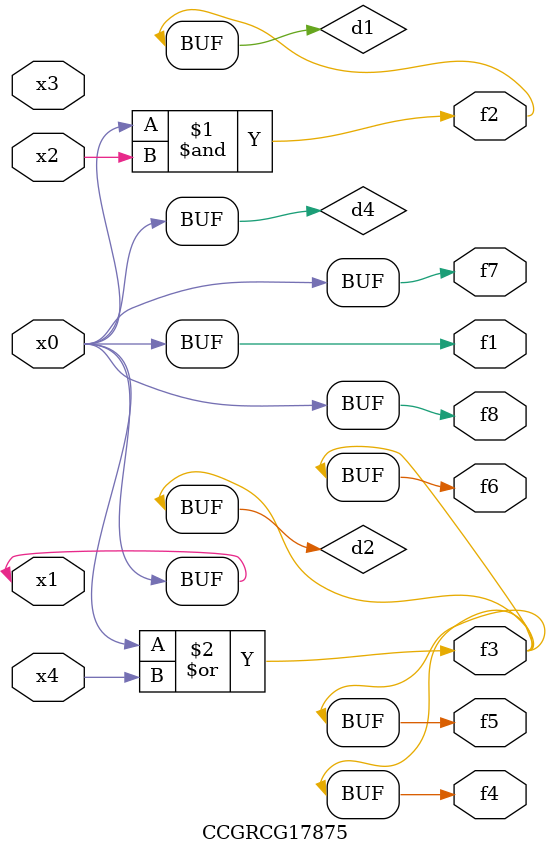
<source format=v>
module CCGRCG17875(
	input x0, x1, x2, x3, x4,
	output f1, f2, f3, f4, f5, f6, f7, f8
);

	wire d1, d2, d3, d4;

	and (d1, x0, x2);
	or (d2, x0, x4);
	nand (d3, x0, x2);
	buf (d4, x0, x1);
	assign f1 = d4;
	assign f2 = d1;
	assign f3 = d2;
	assign f4 = d2;
	assign f5 = d2;
	assign f6 = d2;
	assign f7 = d4;
	assign f8 = d4;
endmodule

</source>
